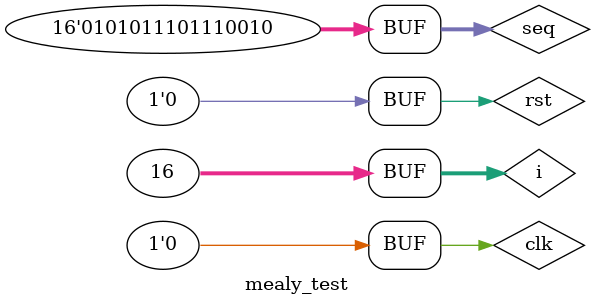
<source format=v>
`timescale 1ns/1ps
`include "fsm.v" 

module mealy_test;
	reg clk, rst, inp;
	wire outp;
	reg [15:0] seq;
	integer i;
	fsm duty(clk, rst, inp, outp);
	initial begin
		clk = 0;
		rst = 1;
		seq = 16'b0101_0111_0111_0010;
		#5 rst = 0;
		for( i = 0; i <= 15; i = i + 1)
			begin
			inp = seq[i];
			#2 clk = 1;
			#2 clk = 0;
			$display("State = ", duty.state, " Input = ", inp, ", Output = ", outp);
			end
		testing;
		end
	task testing;
	for( i = 0; i <= 15; i = i + 1)
		begin
			inp = $random % 2;
			#2 clk = 1;
			#2 clk = 0;
			$display("State = ", duty.state, " Input = ", inp, ", Output =", outp);
		end
	endtask
endmodule

</source>
